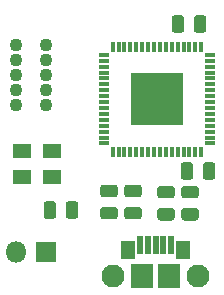
<source format=gbr>
%TF.GenerationSoftware,KiCad,Pcbnew,5.1.6*%
%TF.CreationDate,2021-04-23T20:37:08+02:00*%
%TF.ProjectId,prog,70726f67-2e6b-4696-9361-645f70636258,rev?*%
%TF.SameCoordinates,Original*%
%TF.FileFunction,Soldermask,Top*%
%TF.FilePolarity,Negative*%
%FSLAX46Y46*%
G04 Gerber Fmt 4.6, Leading zero omitted, Abs format (unit mm)*
G04 Created by KiCad (PCBNEW 5.1.6) date 2021-04-23 20:37:08*
%MOMM*%
%LPD*%
G01*
G04 APERTURE LIST*
%ADD10R,1.500000X1.300000*%
%ADD11R,1.250000X1.550000*%
%ADD12R,1.850000X2.000000*%
%ADD13C,1.950000*%
%ADD14R,0.500000X1.500000*%
%ADD15C,1.100000*%
%ADD16O,1.800000X1.800000*%
%ADD17R,1.800000X1.800000*%
%ADD18R,4.500000X4.500000*%
%ADD19R,0.950000X0.400000*%
%ADD20R,0.400000X0.950000*%
G04 APERTURE END LIST*
D10*
%TO.C,Y1*%
X50292000Y-151978000D03*
X52832000Y-151978000D03*
X52832000Y-154178000D03*
X50292000Y-154178000D03*
%TD*%
%TO.C,C4*%
G36*
G01*
X62002750Y-156786000D02*
X62965250Y-156786000D01*
G75*
G02*
X63234000Y-157054750I0J-268750D01*
G01*
X63234000Y-157592250D01*
G75*
G02*
X62965250Y-157861000I-268750J0D01*
G01*
X62002750Y-157861000D01*
G75*
G02*
X61734000Y-157592250I0J268750D01*
G01*
X61734000Y-157054750D01*
G75*
G02*
X62002750Y-156786000I268750J0D01*
G01*
G37*
G36*
G01*
X62002750Y-154911000D02*
X62965250Y-154911000D01*
G75*
G02*
X63234000Y-155179750I0J-268750D01*
G01*
X63234000Y-155717250D01*
G75*
G02*
X62965250Y-155986000I-268750J0D01*
G01*
X62002750Y-155986000D01*
G75*
G02*
X61734000Y-155717250I0J268750D01*
G01*
X61734000Y-155179750D01*
G75*
G02*
X62002750Y-154911000I268750J0D01*
G01*
G37*
%TD*%
D11*
%TO.C,J2*%
X63933000Y-160330000D03*
X59293000Y-160330000D03*
D12*
X62738000Y-162560000D03*
X60488000Y-162560000D03*
D13*
X65188000Y-162560000D03*
X58038000Y-162560000D03*
D14*
X62913000Y-159910000D03*
X62263000Y-159910000D03*
X61613000Y-159910000D03*
X60963000Y-159910000D03*
X60313000Y-159910000D03*
%TD*%
%TO.C,R2*%
G36*
G01*
X65599500Y-154151250D02*
X65599500Y-153188750D01*
G75*
G02*
X65868250Y-152920000I268750J0D01*
G01*
X66405750Y-152920000D01*
G75*
G02*
X66674500Y-153188750I0J-268750D01*
G01*
X66674500Y-154151250D01*
G75*
G02*
X66405750Y-154420000I-268750J0D01*
G01*
X65868250Y-154420000D01*
G75*
G02*
X65599500Y-154151250I0J268750D01*
G01*
G37*
G36*
G01*
X63724500Y-154151250D02*
X63724500Y-153188750D01*
G75*
G02*
X63993250Y-152920000I268750J0D01*
G01*
X64530750Y-152920000D01*
G75*
G02*
X64799500Y-153188750I0J-268750D01*
G01*
X64799500Y-154151250D01*
G75*
G02*
X64530750Y-154420000I-268750J0D01*
G01*
X63993250Y-154420000D01*
G75*
G02*
X63724500Y-154151250I0J268750D01*
G01*
G37*
%TD*%
%TO.C,R1*%
G36*
G01*
X53194000Y-156490750D02*
X53194000Y-157453250D01*
G75*
G02*
X52925250Y-157722000I-268750J0D01*
G01*
X52387750Y-157722000D01*
G75*
G02*
X52119000Y-157453250I0J268750D01*
G01*
X52119000Y-156490750D01*
G75*
G02*
X52387750Y-156222000I268750J0D01*
G01*
X52925250Y-156222000D01*
G75*
G02*
X53194000Y-156490750I0J-268750D01*
G01*
G37*
G36*
G01*
X55069000Y-156490750D02*
X55069000Y-157453250D01*
G75*
G02*
X54800250Y-157722000I-268750J0D01*
G01*
X54262750Y-157722000D01*
G75*
G02*
X53994000Y-157453250I0J268750D01*
G01*
X53994000Y-156490750D01*
G75*
G02*
X54262750Y-156222000I268750J0D01*
G01*
X54800250Y-156222000D01*
G75*
G02*
X55069000Y-156490750I0J-268750D01*
G01*
G37*
%TD*%
%TO.C,C5*%
G36*
G01*
X64837500Y-141705250D02*
X64837500Y-140742750D01*
G75*
G02*
X65106250Y-140474000I268750J0D01*
G01*
X65643750Y-140474000D01*
G75*
G02*
X65912500Y-140742750I0J-268750D01*
G01*
X65912500Y-141705250D01*
G75*
G02*
X65643750Y-141974000I-268750J0D01*
G01*
X65106250Y-141974000D01*
G75*
G02*
X64837500Y-141705250I0J268750D01*
G01*
G37*
G36*
G01*
X62962500Y-141705250D02*
X62962500Y-140742750D01*
G75*
G02*
X63231250Y-140474000I268750J0D01*
G01*
X63768750Y-140474000D01*
G75*
G02*
X64037500Y-140742750I0J-268750D01*
G01*
X64037500Y-141705250D01*
G75*
G02*
X63768750Y-141974000I-268750J0D01*
G01*
X63231250Y-141974000D01*
G75*
G02*
X62962500Y-141705250I0J268750D01*
G01*
G37*
%TD*%
%TO.C,C3*%
G36*
G01*
X64034750Y-156786000D02*
X64997250Y-156786000D01*
G75*
G02*
X65266000Y-157054750I0J-268750D01*
G01*
X65266000Y-157592250D01*
G75*
G02*
X64997250Y-157861000I-268750J0D01*
G01*
X64034750Y-157861000D01*
G75*
G02*
X63766000Y-157592250I0J268750D01*
G01*
X63766000Y-157054750D01*
G75*
G02*
X64034750Y-156786000I268750J0D01*
G01*
G37*
G36*
G01*
X64034750Y-154911000D02*
X64997250Y-154911000D01*
G75*
G02*
X65266000Y-155179750I0J-268750D01*
G01*
X65266000Y-155717250D01*
G75*
G02*
X64997250Y-155986000I-268750J0D01*
G01*
X64034750Y-155986000D01*
G75*
G02*
X63766000Y-155717250I0J268750D01*
G01*
X63766000Y-155179750D01*
G75*
G02*
X64034750Y-154911000I268750J0D01*
G01*
G37*
%TD*%
%TO.C,C2*%
G36*
G01*
X57176750Y-156688000D02*
X58139250Y-156688000D01*
G75*
G02*
X58408000Y-156956750I0J-268750D01*
G01*
X58408000Y-157494250D01*
G75*
G02*
X58139250Y-157763000I-268750J0D01*
G01*
X57176750Y-157763000D01*
G75*
G02*
X56908000Y-157494250I0J268750D01*
G01*
X56908000Y-156956750D01*
G75*
G02*
X57176750Y-156688000I268750J0D01*
G01*
G37*
G36*
G01*
X57176750Y-154813000D02*
X58139250Y-154813000D01*
G75*
G02*
X58408000Y-155081750I0J-268750D01*
G01*
X58408000Y-155619250D01*
G75*
G02*
X58139250Y-155888000I-268750J0D01*
G01*
X57176750Y-155888000D01*
G75*
G02*
X56908000Y-155619250I0J268750D01*
G01*
X56908000Y-155081750D01*
G75*
G02*
X57176750Y-154813000I268750J0D01*
G01*
G37*
%TD*%
%TO.C,C1*%
G36*
G01*
X59208750Y-156688000D02*
X60171250Y-156688000D01*
G75*
G02*
X60440000Y-156956750I0J-268750D01*
G01*
X60440000Y-157494250D01*
G75*
G02*
X60171250Y-157763000I-268750J0D01*
G01*
X59208750Y-157763000D01*
G75*
G02*
X58940000Y-157494250I0J268750D01*
G01*
X58940000Y-156956750D01*
G75*
G02*
X59208750Y-156688000I268750J0D01*
G01*
G37*
G36*
G01*
X59208750Y-154813000D02*
X60171250Y-154813000D01*
G75*
G02*
X60440000Y-155081750I0J-268750D01*
G01*
X60440000Y-155619250D01*
G75*
G02*
X60171250Y-155888000I-268750J0D01*
G01*
X59208750Y-155888000D01*
G75*
G02*
X58940000Y-155619250I0J268750D01*
G01*
X58940000Y-155081750D01*
G75*
G02*
X59208750Y-154813000I268750J0D01*
G01*
G37*
%TD*%
D15*
%TO.C,J3*%
X49784000Y-148082000D03*
X52324000Y-148082000D03*
X49784000Y-146812000D03*
X52324000Y-146812000D03*
X49784000Y-145542000D03*
X52324000Y-145542000D03*
X49784000Y-144272000D03*
X52324000Y-144272000D03*
X49784000Y-143002000D03*
X52324000Y-143002000D03*
%TD*%
D16*
%TO.C,J1*%
X49784000Y-160528000D03*
D17*
X52324000Y-160528000D03*
%TD*%
D18*
%TO.C,IC1*%
X61722000Y-147574000D03*
D19*
X57272000Y-151324000D03*
X57272000Y-150824000D03*
X57272000Y-150324000D03*
X57272000Y-149824000D03*
X57272000Y-149324000D03*
X57272000Y-148824000D03*
X57272000Y-148324000D03*
X57272000Y-147824000D03*
X57272000Y-147324000D03*
X57272000Y-146824000D03*
X57272000Y-146324000D03*
X57272000Y-145824000D03*
X57272000Y-145324000D03*
X57272000Y-144824000D03*
X57272000Y-144324000D03*
X57272000Y-143824000D03*
D20*
X57972000Y-143124000D03*
X58472000Y-143124000D03*
X58972000Y-143124000D03*
X59472000Y-143124000D03*
X59972000Y-143124000D03*
X60472000Y-143124000D03*
X60972000Y-143124000D03*
X61472000Y-143124000D03*
X61972000Y-143124000D03*
X62472000Y-143124000D03*
X62972000Y-143124000D03*
X63472000Y-143124000D03*
X63972000Y-143124000D03*
X64472000Y-143124000D03*
X64972000Y-143124000D03*
X65472000Y-143124000D03*
D19*
X66172000Y-143824000D03*
X66172000Y-144324000D03*
X66172000Y-144824000D03*
X66172000Y-145324000D03*
X66172000Y-145824000D03*
X66172000Y-146324000D03*
X66172000Y-146824000D03*
X66172000Y-147324000D03*
X66172000Y-147824000D03*
X66172000Y-148324000D03*
X66172000Y-148824000D03*
X66172000Y-149324000D03*
X66172000Y-149824000D03*
X66172000Y-150324000D03*
X66172000Y-150824000D03*
X66172000Y-151324000D03*
D20*
X65472000Y-152024000D03*
X64972000Y-152024000D03*
X64472000Y-152024000D03*
X63972000Y-152024000D03*
X63472000Y-152024000D03*
X62972000Y-152024000D03*
X62472000Y-152024000D03*
X61972000Y-152024000D03*
X61472000Y-152024000D03*
X60972000Y-152024000D03*
X60472000Y-152024000D03*
X59972000Y-152024000D03*
X59472000Y-152024000D03*
X58972000Y-152024000D03*
X58472000Y-152024000D03*
X57972000Y-152024000D03*
%TD*%
M02*

</source>
